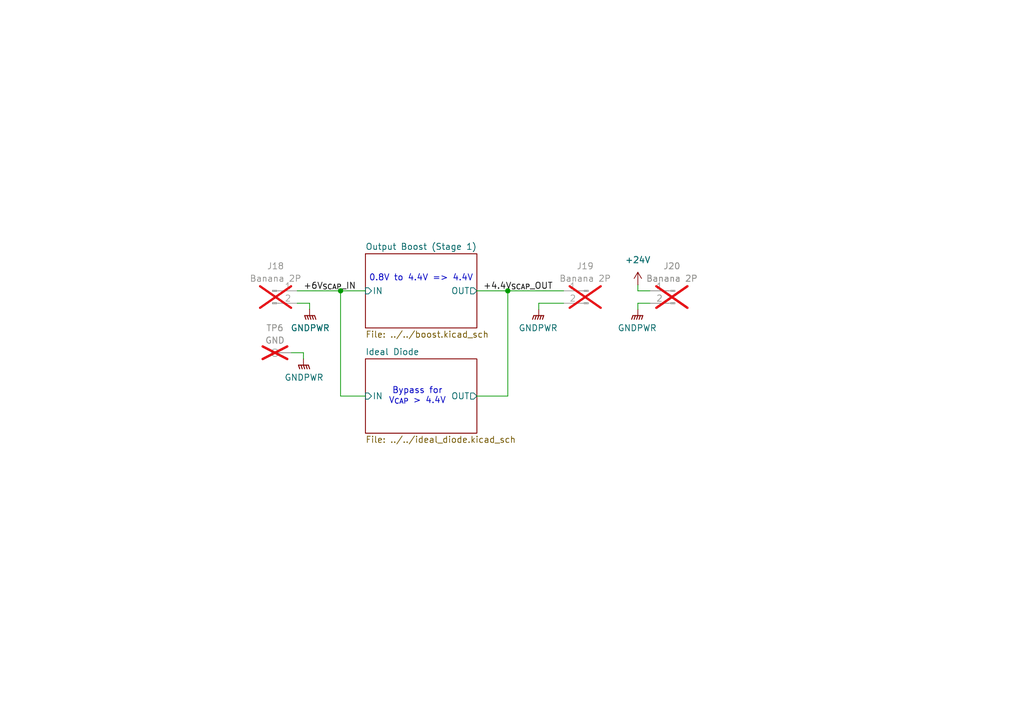
<source format=kicad_sch>
(kicad_sch (version 20250114) (generator "eeschema") (generator_version "9.0")
  (paper "A5")
  (title_block (title "Stage 1 Boost Converter Test Board") (date "2025-05-25") (rev "1B") (company "UT Robomaster") (comment 1 "Robomaster"))
  (lib_symbols
    (symbol "Connector:Conn_01x02_Pin" (pin_names (offset 1.016) (hide yes))
      (property "Reference" "J" (at 0 2.54 0))
      (property "Value" "Conn_01x02_Pin" (at 0 -5.08 0))
      (symbol "Conn_01x02_Pin_1_1"
        (rectangle (start 0.8636 0.127) (end 0 -0.127) (stroke (width 0.1524)) (fill (type outline)))
        (rectangle (start 0.8636 -2.413) (end 0 -2.667) (stroke (width 0.1524)) (fill (type outline)))
        (polyline (pts (xy 1.27 0) (xy 0.8636 0)) (stroke (width 0.1524)))
        (polyline (pts (xy 1.27 -2.54) (xy 0.8636 -2.54)) (stroke (width 0.1524)))
        (pin passive line (at 5.08 0 180) (length 3.81) (name "Pin_1") (number "1"))
        (pin passive line (at 5.08 -2.54 180) (length 3.81) (name "Pin_2") (number "2"))
      )
    )
    (symbol "Connector:TestPoint" (pin_numbers (hide yes)) (pin_names (offset 0.762) (hide yes))
      (property "Reference" "TP" (at 0 6.858 0))
      (property "Value" "TestPoint" (at 0 5.08 0))
      (symbol "TestPoint_0_1"
        (circle (center 0 3.302) (radius 0.762))
      )
      (symbol "TestPoint_1_1"
        (pin passive line (at 0 0 90) (length 2.54) (name "1") (number "1"))
      )
    )
    (symbol "power:+24V" (power) (pin_numbers (hide yes)) (pin_names (offset 0) (hide yes))
      (property "Value" "+24V" (at 0 3.556 0))
      (symbol "+24V_0_1"
        (polyline (pts (xy -0.762 1.27) (xy 0 2.54)))
        (polyline (pts (xy 0 2.54) (xy 0.762 1.27)))
        (polyline (pts (xy 0 0) (xy 0 2.54)))
      )
      (symbol "+24V_1_1"
        (pin power_in line (at 0 0 90) (length 0) (name "~") (number "1"))
      )
    )
    (symbol "power:GNDPWR" (power) (pin_numbers (hide yes)) (pin_names (offset 0) (hide yes))
      (property "Value" "GNDPWR" (at 0 -3.302 0))
      (symbol "GNDPWR_0_1"
        (polyline (pts (xy -1.016 -1.27) (xy -1.27 -2.032) (xy -1.27 -2.032)) (stroke (width 0.2032)))
        (polyline (pts (xy -0.508 -1.27) (xy -0.762 -2.032) (xy -0.762 -2.032)) (stroke (width 0.2032)))
        (polyline (pts (xy 0 -1.27) (xy 0 0)))
        (polyline (pts (xy 0 -1.27) (xy -0.254 -2.032) (xy -0.254 -2.032)) (stroke (width 0.2032)))
        (polyline (pts (xy 0.508 -1.27) (xy 0.254 -2.032) (xy 0.254 -2.032)) (stroke (width 0.2032)))
        (polyline (pts (xy 1.016 -1.27) (xy -1.016 -1.27) (xy -1.016 -1.27)) (stroke (width 0.2032)))
        (polyline (pts (xy 1.016 -1.27) (xy 0.762 -2.032) (xy 0.762 -2.032) (xy 0.762 -2.032)) (stroke (width 0.2032)))
      )
      (symbol "GNDPWR_1_1"
        (pin power_in line (at 0 0 270) (length 0) (name "~") (number "1"))
      )
    )
  )
  (text "0.8V to 4.4V => 4.4V" (at 86.36 56.388 0) (effects (font (size 1.27 1.27)) (justify top)))
  (text "Bypass for\nV_{CAP} > 4.4V" (at 85.598 81.28 0) (effects (font (size 1.27 1.27))))
  (junction (at 104.14 59.69))
  (junction (at 69.85 59.69))
  (wire (pts (xy 130.81 62.23) (xy 130.81 63.5)))
  (wire (pts (xy 60.96 62.23) (xy 63.5 62.23)))
  (wire (pts (xy 59.69 72.39) (xy 62.23 72.39)))
  (wire (pts (xy 110.49 62.23) (xy 110.49 63.5)))
  (wire (pts (xy 97.79 59.69) (xy 104.14 59.69)))
  (wire (pts (xy 69.85 59.69) (xy 69.85 81.28)))
  (wire (pts (xy 97.79 81.28) (xy 104.14 81.28)))
  (wire (pts (xy 63.5 62.23) (xy 63.5 63.5)))
  (wire (pts (xy 104.14 59.69) (xy 115.57 59.69)))
  (wire (pts (xy 69.85 59.69) (xy 74.93 59.69)))
  (wire (pts (xy 130.81 58.42) (xy 130.81 59.69)))
  (wire (pts (xy 133.35 62.23) (xy 130.81 62.23)))
  (wire (pts (xy 60.96 59.69) (xy 69.85 59.69)))
  (wire (pts (xy 130.81 59.69) (xy 133.35 59.69)))
  (wire (pts (xy 69.85 81.28) (xy 74.93 81.28)))
  (wire (pts (xy 104.14 59.69) (xy 104.14 81.28)))
  (wire (pts (xy 62.23 72.39) (xy 62.23 73.66)))
  (wire (pts (xy 115.57 62.23) (xy 110.49 62.23)))
  (label "+4.4V_{SCAP}_OUT" (at 99.06 59.69 0))
  (label "+6V_{SCAP}_IN" (at 73.0434 59.69 180))
  (symbol (lib_id "Connector:TestPoint") (at 59.69 72.39 90) (unit 1) (dnp yes)
    (property "Reference" "TP6" (at 56.388 67.31 90))
    (property "Value" "GND" (at 56.388 69.85 90))
    (property "Footprint" "TestPoint:TestPoint_Bridge_Pitch2.0mm_Drill0.7mm" (effects (hide yes)))
    (property "Description" "test point" (effects (hide yes)))
  )
  (symbol (lib_id "power:GNDPWR") (at 110.49 63.5 0) (unit 1)
    (property "Reference" "#PWR025" (effects (hide yes)))
    (property "Value" "GNDPWR" (at 110.363 67.31 0))
    (property "Description" "Power symbol creates a global label with name \"GNDPWR\" , global ground" (effects (hide yes)))
  )
  (symbol (lib_id "power:GNDPWR") (at 130.81 63.5 0) (unit 1)
    (property "Reference" "#PWR026" (effects (hide yes)))
    (property "Value" "GNDPWR" (at 130.683 67.31 0))
    (property "Description" "Power symbol creates a global label with name \"GNDPWR\" , global ground" (effects (hide yes)))
  )
  (symbol (lib_id "Connector:Conn_01x02_Pin") (at 138.43 59.69 0) (mirror y) (unit 1) (dnp yes)
    (property "Reference" "J20" (at 137.795 54.61 0))
    (property "Value" "Banana 2P" (at 137.795 57.15 0))
    (property "Footprint" "Connector:Banana_Jack_2Pin" (effects (hide yes)))
    (property "Description" "Generic connector, single row, 01x02, script generated" (effects (hide yes)))
  )
  (symbol (lib_id "Connector:Conn_01x02_Pin") (at 55.88 59.69 0) (unit 1) (dnp yes)
    (property "Reference" "J18" (at 56.515 54.61 0))
    (property "Value" "Banana 2P" (at 56.515 57.15 0))
    (property "Footprint" "Connector:Banana_Jack_2Pin" (effects (hide yes)))
    (property "Description" "Generic connector, single row, 01x02, script generated" (effects (hide yes)))
  )
  (symbol (lib_id "power:GNDPWR") (at 62.23 73.66 0) (mirror y) (unit 1)
    (property "Reference" "#PWR027" (effects (hide yes)))
    (property "Value" "GNDPWR" (at 62.357 77.47 0))
    (property "Description" "Power symbol creates a global label with name \"GNDPWR\" , global ground" (effects (hide yes)))
  )
  (symbol (lib_id "power:GNDPWR") (at 63.5 63.5 0) (mirror y) (unit 1)
    (property "Reference" "#PWR024" (effects (hide yes)))
    (property "Value" "GNDPWR" (at 63.627 67.31 0))
    (property "Description" "Power symbol creates a global label with name \"GNDPWR\" , global ground" (effects (hide yes)))
  )
  (symbol (lib_id "power:+24V") (at 130.81 58.42 0) (unit 1)
    (property "Reference" "#PWR020" (effects (hide yes)))
    (property "Value" "+24V" (at 130.81 53.34 0))
    (property "Description" "Power symbol creates a global label with name \"+24V\"" (effects (hide yes)))
  )
  (symbol (lib_id "Connector:Conn_01x02_Pin") (at 120.65 59.69 0) (mirror y) (unit 1) (dnp yes)
    (property "Reference" "J19" (at 120.015 54.61 0))
    (property "Value" "Banana 2P" (at 120.015 57.15 0))
    (property "Footprint" "Connector:Banana_Jack_2Pin" (effects (hide yes)))
    (property "Description" "Generic connector, single row, 01x02, script generated" (effects (hide yes)))
  )
  (sheet (at 74.93 73.66) (size 22.86 15.24) (stroke (width 0.1524))
    (property "Sheetname" "Ideal Diode" (at 74.93 72.9484 0) (effects (justify left bottom)))
    (property "Sheetfile" "../../ideal_diode.kicad_sch" (at 74.93 89.4846 0) (effects (justify left top)))
    (pin "OUT" output (at 97.79 81.28 0))
    (pin "IN" input (at 74.93 81.28 180))
  )
  (sheet (at 74.93 52.07) (size 22.86 15.24) (stroke (width 0.1524))
    (property "Sheetname" "Output Boost (Stage 1)" (at 74.93 51.3584 0) (effects (justify left bottom)))
    (property "Sheetfile" "../../boost.kicad_sch" (at 74.93 67.8946 0) (effects (justify left top)))
    (pin "IN" input (at 74.93 59.69 180))
    (pin "OUT" output (at 97.79 59.69 0))
  )
)
</source>
